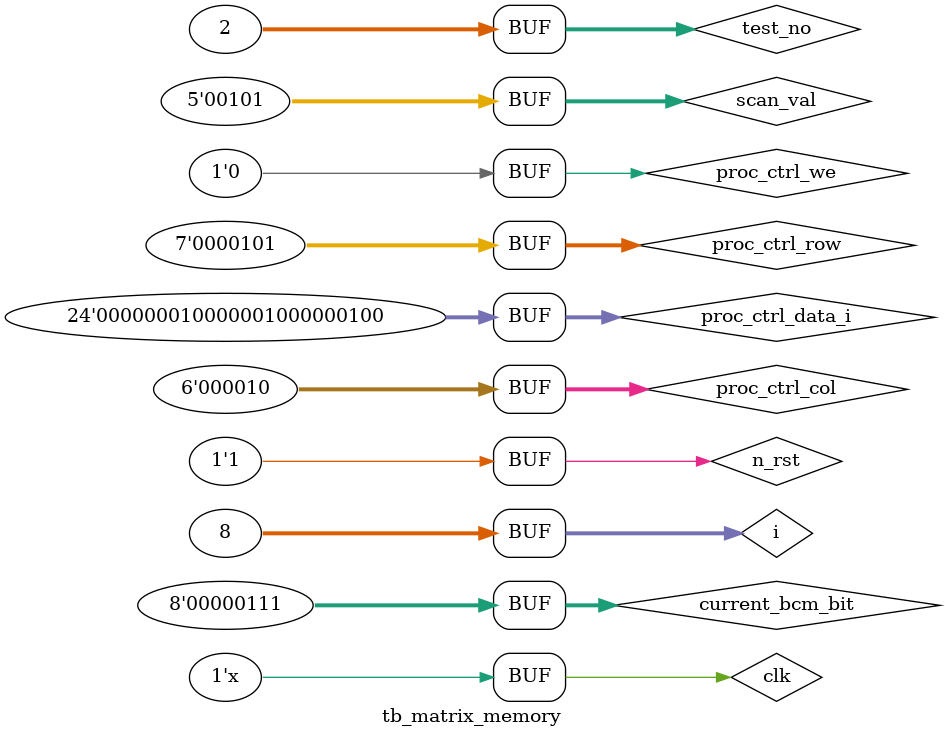
<source format=sv>
`timescale 1ns/1ns
module tb_matrix_memory();

parameter MATRIX_WIDTH = 64; //Number of columns in pixels
parameter MATRIX_HEIGHT = 32; //Number of rows in pixels
parameter ADDR_WIDTH = 8; //Length of processor interface addresses
parameter DATA_WIDTH = 8; //log2 of Resolution of PWM signal

parameter ROW_LENGTH = 7; //log2 of MATRIX_WIDTH
parameter COLUMN_LENGTH = 6; //log2 of MATRIX_HEIGHT
parameter INTERFACE_WIDTH = 3*DATA_WIDTH; //R;G,B logicister length. Should be 3*DATA_WIDTH
parameter SCAN_VAL_LENGTH = 5; //Log2 of the LED panel scan sizelogic [4:0]testNo;

logic clk;
logic n_rst;
integer test_no;
integer i;


logic [ROW_LENGTH-1:0] proc_ctrl_row; //Processor row access interface
logic [COLUMN_LENGTH-1:0] proc_ctrl_col; //Processor column access interface
logic proc_ctrl_we; //Writes value in proc_ctrl_data_i to current accessed pixel
logic [INTERFACE_WIDTH-1:0] proc_ctrl_data_i; //Input logicister
logic [INTERFACE_WIDTH-1:0] proc_ctrl_data_o; //output logicister

logic [SCAN_VAL_LENGTH-1:0] scan_val; //Current row to be shifted in
logic [DATA_WIDTH-1:0] current_bcm_bit; //Current bit requested for bcm
	
logic [MATRIX_WIDTH-1:0] pwm_data_ra; //Bits to be shifted into LEDs
logic [MATRIX_WIDTH-1:0] pwm_data_rb; //Each SR corresponds to a row
logic [MATRIX_WIDTH-1:0] pwm_data_ba;
logic [MATRIX_WIDTH-1:0] pwm_data_bb;
logic [MATRIX_WIDTH-1:0] pwm_data_ga;
logic [MATRIX_WIDTH-1:0] pwm_data_gb;


matrix_memory #(.MATRIX_WIDTH(MATRIX_WIDTH), //Number of columns in pixels
.MATRIX_HEIGHT(MATRIX_HEIGHT), //Number of rows in pixels
.ADDR_WIDTH(ADDR_WIDTH), //Length of processor interface addresses
.DATA_WIDTH(ADDR_WIDTH), //log2 of Resolution of PWM signal
.ROW_LENGTH(ROW_LENGTH), //log2 of MATRIX_WIDTH
.COLUMN_LENGTH(COLUMN_LENGTH), //log2 of MATRIX_HEIGHT
.INTERFACE_WIDTH(INTERFACE_WIDTH), //R,G,B register length. Should be 3*DATA_WIDTH
.SCAN_VAL_LENGTH(SCAN_VAL_LENGTH) //Log2 of the LED panel scan size
) mem_module
(
	.clk(clk),
	.n_rst(n_rst),
	
	.proc_ctrl_row(proc_ctrl_row), //Processor row access interface
	.proc_ctrl_col(proc_ctrl_col), //Processor column access interface
	.proc_ctrl_data_i(proc_ctrl_data_i), //Input register
	.proc_ctrl_data_o(proc_ctrl_data_o), //output register
	.proc_ctrl_we(proc_ctrl_we),
	.scan_val(scan_val), //Current row to be shifted in
	.current_bcm_bit(current_bcm_bit), //Current bit requested for bcm
	
	.pwm_data_ra(pwm_data_ra), //Bits to be shifted into LEDs
	.pwm_data_rb(pwm_data_rb), //Each SR corresponds to a row
	.pwm_data_ba(pwm_data_ba),
	.pwm_data_bb(pwm_data_bb),
	.pwm_data_ga(pwm_data_ga),
	.pwm_data_gb(pwm_data_gb)
);

always #20 clk = ~clk;

initial 
begin
clk = 1'b0;
n_rst = 1'b1;
test_no = 0;
//Reset
#1
n_rst = 1'b0;
#1
n_rst = 1'b1;

proc_ctrl_row = 'b0;
proc_ctrl_col = 'b0;
proc_ctrl_data_i = 'b0;
proc_ctrl_we =  'b0;
scan_val = 'b0;
current_bcm_bit = 'b0;

#5
//Data store test
test_no = 1;
proc_ctrl_row = 5;
proc_ctrl_col = 2;
proc_ctrl_data_i = 24'h010204;

#5
proc_ctrl_we =1'b1;
#10
proc_ctrl_we =1'b0;

//Data retrieve test
test_no = 2;
scan_val = 5;
current_bcm_bit = 'd0;
for(i = 0; i < DATA_WIDTH; i++)
begin
	#10
	current_bcm_bit = i;
end
end

endmodule 
</source>
